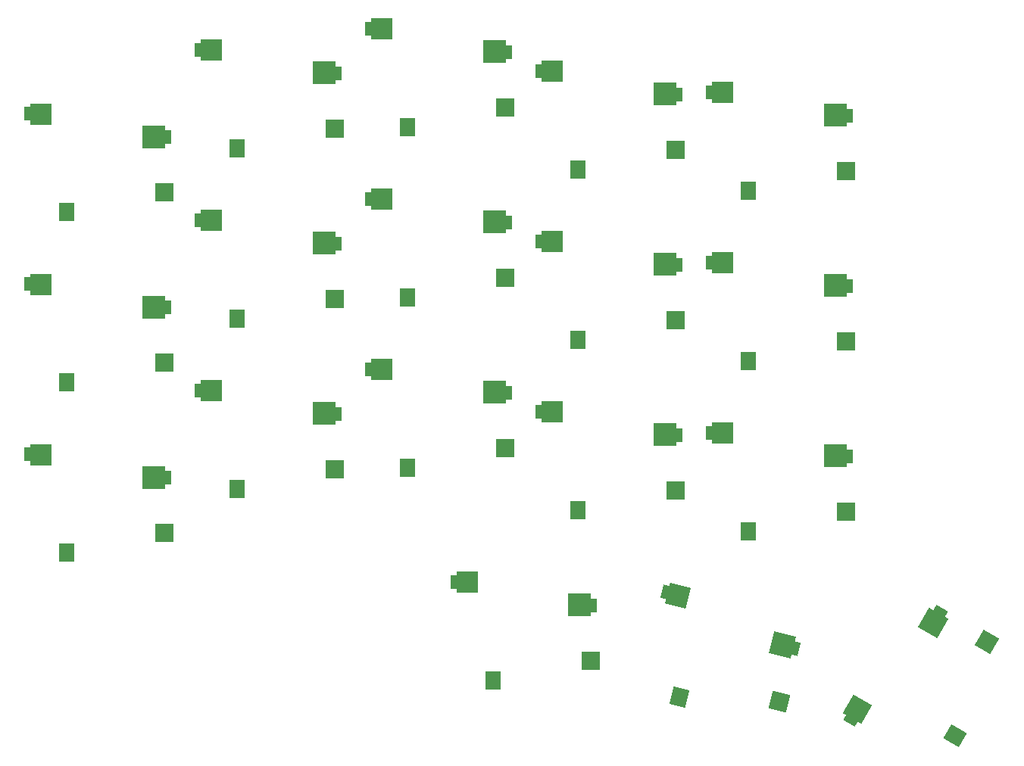
<source format=gbr>
%TF.GenerationSoftware,KiCad,Pcbnew,8.0.2-1*%
%TF.CreationDate,2024-06-10T16:48:46+09:00*%
%TF.ProjectId,Miriball36,4d697269-6261-46c6-9c33-362e6b696361,rev?*%
%TF.SameCoordinates,Original*%
%TF.FileFunction,Paste,Top*%
%TF.FilePolarity,Positive*%
%FSLAX46Y46*%
G04 Gerber Fmt 4.6, Leading zero omitted, Abs format (unit mm)*
G04 Created by KiCad (PCBNEW 8.0.2-1) date 2024-06-10 16:48:46*
%MOMM*%
%LPD*%
G01*
G04 APERTURE LIST*
G04 Aperture macros list*
%AMRotRect*
0 Rectangle, with rotation*
0 The origin of the aperture is its center*
0 $1 length*
0 $2 width*
0 $3 Rotation angle, in degrees counterclockwise*
0 Add horizontal line*
21,1,$1,$2,0,0,$3*%
G04 Aperture macros list end*
%ADD10R,0.700000X1.500000*%
%ADD11R,2.400000X2.400000*%
%ADD12R,2.000000X2.000000*%
%ADD13R,1.800000X2.000000*%
%ADD14R,2.500000X2.500000*%
%ADD15RotRect,0.700000X1.500000X60.000000*%
%ADD16RotRect,2.400000X2.400000X240.000000*%
%ADD17RotRect,2.000000X2.000000X240.000000*%
%ADD18RotRect,1.800000X2.000000X240.000000*%
%ADD19RotRect,2.500000X2.500000X240.000000*%
%ADD20RotRect,0.700000X1.500000X346.000000*%
%ADD21RotRect,2.400000X2.400000X166.000000*%
%ADD22RotRect,2.000000X2.000000X166.000000*%
%ADD23RotRect,1.800000X2.000000X166.000000*%
%ADD24RotRect,2.500000X2.500000X166.000000*%
G04 APERTURE END LIST*
D10*
%TO.C,SW1*%
X50640000Y-53440000D03*
D11*
X52140000Y-53460000D03*
D12*
X65940000Y-62240000D03*
D13*
X55040000Y-64440000D03*
D14*
X64740000Y-55999999D03*
D10*
X66340000Y-56040000D03*
%TD*%
%TO.C,SW4*%
X107791200Y-48677400D03*
D11*
X109291200Y-48697400D03*
D12*
X123091200Y-57477400D03*
D13*
X112191200Y-59677400D03*
D14*
X121891200Y-51237399D03*
D10*
X123491200Y-51277400D03*
%TD*%
%TO.C,SW7*%
X69690400Y-65346500D03*
D11*
X71190400Y-65366500D03*
D12*
X84990400Y-74146500D03*
D13*
X74090400Y-76346500D03*
D14*
X83790400Y-67906499D03*
D10*
X85390400Y-67946500D03*
%TD*%
D15*
%TO.C,SW18*%
X142643270Y-121315383D03*
D16*
X143410591Y-120026345D03*
D17*
X157914294Y-112465194D03*
D18*
X154369550Y-123004871D03*
D19*
X151910295Y-110384424D03*
D15*
X152744936Y-109018784D03*
%TD*%
D10*
%TO.C,SW16*%
X98266000Y-105828600D03*
D11*
X99766000Y-105848600D03*
D12*
X113566000Y-114628600D03*
D13*
X102666000Y-116828600D03*
D14*
X112366000Y-108388599D03*
D10*
X113966000Y-108428600D03*
%TD*%
%TO.C,SW2*%
X69690400Y-46296100D03*
D11*
X71190400Y-46316100D03*
D12*
X84990400Y-55096100D03*
D13*
X74090400Y-57296100D03*
D14*
X83790400Y-48856099D03*
D10*
X85390400Y-48896100D03*
%TD*%
%TO.C,SW6*%
X50640000Y-72490400D03*
D11*
X52140000Y-72510400D03*
D12*
X65940000Y-81290400D03*
D13*
X55040000Y-83490400D03*
D14*
X64740000Y-75050399D03*
D10*
X66340000Y-75090400D03*
%TD*%
%TO.C,SW3*%
X88740800Y-43914800D03*
D11*
X90240800Y-43934800D03*
D12*
X104040800Y-52714800D03*
D13*
X93140800Y-54914800D03*
D14*
X102840800Y-46474799D03*
D10*
X104440800Y-46514800D03*
%TD*%
%TO.C,SW8*%
X88740800Y-62965200D03*
D11*
X90240800Y-62985200D03*
D12*
X104040800Y-71765200D03*
D13*
X93140800Y-73965200D03*
D14*
X102840800Y-65525199D03*
D10*
X104440800Y-65565200D03*
%TD*%
%TO.C,SW15*%
X126841600Y-89159500D03*
D11*
X128341600Y-89179500D03*
D12*
X142141600Y-97959500D03*
D13*
X131241600Y-100159500D03*
D14*
X140941600Y-91719499D03*
D10*
X142541600Y-91759500D03*
%TD*%
%TO.C,SW5*%
X126841600Y-51058700D03*
D11*
X128341600Y-51078700D03*
D12*
X142141600Y-59858700D03*
D13*
X131241600Y-62058700D03*
D14*
X140941600Y-53618699D03*
D10*
X142541600Y-53658700D03*
%TD*%
%TO.C,SW13*%
X88740800Y-82015600D03*
D11*
X90240800Y-82035600D03*
D12*
X104040800Y-90815600D03*
D13*
X93140800Y-93015600D03*
D14*
X102840800Y-84575599D03*
D10*
X104440800Y-84615600D03*
%TD*%
D20*
%TO.C,SW17*%
X121927672Y-106949654D03*
D21*
X123378278Y-107331943D03*
D22*
X134644284Y-119189663D03*
D23*
X123535833Y-118687363D03*
D24*
X134989522Y-112844709D03*
D20*
X136532318Y-113270597D03*
%TD*%
D10*
%TO.C,SW10*%
X126841600Y-70109100D03*
D11*
X128341600Y-70129100D03*
D12*
X142141600Y-78909100D03*
D13*
X131241600Y-81109100D03*
D14*
X140941600Y-72669099D03*
D10*
X142541600Y-72709100D03*
%TD*%
%TO.C,SW14*%
X107791200Y-86778200D03*
D11*
X109291200Y-86798200D03*
D12*
X123091200Y-95578200D03*
D13*
X112191200Y-97778200D03*
D14*
X121891200Y-89338199D03*
D10*
X123491200Y-89378200D03*
%TD*%
%TO.C,SW11*%
X50640000Y-91540800D03*
D11*
X52140000Y-91560800D03*
D12*
X65940000Y-100340800D03*
D13*
X55040000Y-102540800D03*
D14*
X64740000Y-94100799D03*
D10*
X66340000Y-94140800D03*
%TD*%
%TO.C,SW12*%
X69690400Y-84396900D03*
D11*
X71190400Y-84416900D03*
D12*
X84990400Y-93196900D03*
D13*
X74090400Y-95396900D03*
D14*
X83790400Y-86956899D03*
D10*
X85390400Y-86996900D03*
%TD*%
%TO.C,SW9*%
X107791200Y-67727800D03*
D11*
X109291200Y-67747800D03*
D12*
X123091200Y-76527800D03*
D13*
X112191200Y-78727800D03*
D14*
X121891200Y-70287799D03*
D10*
X123491200Y-70327800D03*
%TD*%
M02*

</source>
